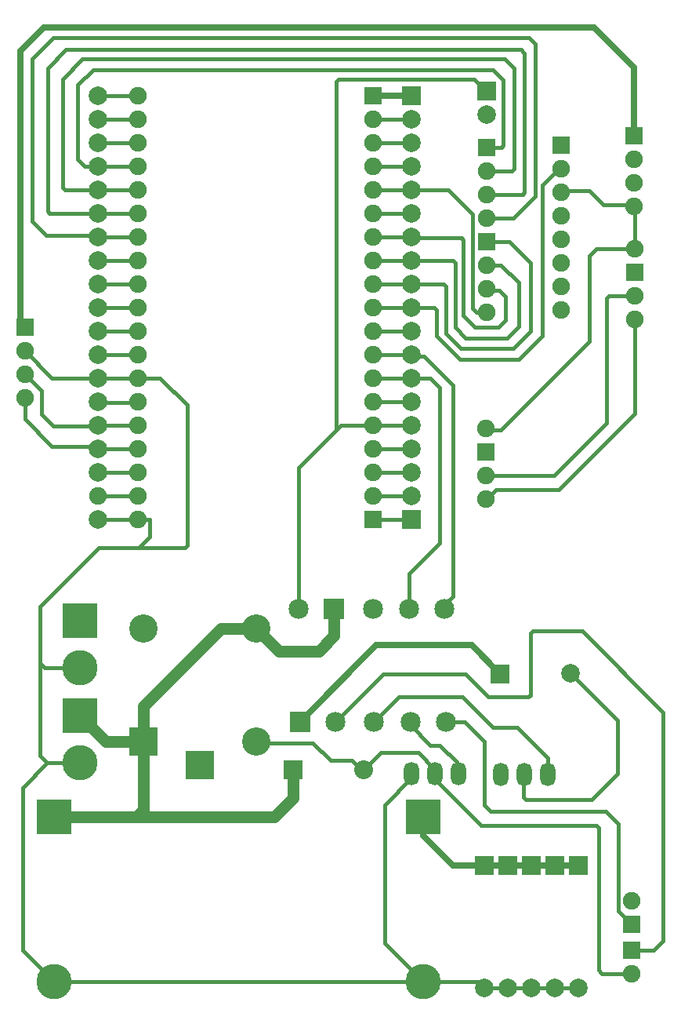
<source format=gbr>
%TF.GenerationSoftware,Altium Limited,Altium Designer,21.3.2 (30)*%
G04 Layer_Physical_Order=2*
G04 Layer_Color=16711680*
%FSLAX25Y25*%
%MOIN*%
%TF.SameCoordinates,C3D6B9D7-463A-470E-9858-FE52AE1E130A*%
%TF.FilePolarity,Positive*%
%TF.FileFunction,Copper,L2,Bot,Signal*%
%TF.Part,Single*%
G01*
G75*
%TA.AperFunction,Conductor*%
%ADD10C,0.01500*%
%ADD11C,0.02500*%
%ADD12C,0.05000*%
%TA.AperFunction,ComponentPad*%
%ADD13R,0.07500X0.07500*%
%ADD14C,0.07500*%
%ADD15C,0.15000*%
%ADD16R,0.15000X0.15000*%
%ADD17R,0.08000X0.08000*%
%ADD18C,0.08000*%
%ADD19C,0.12000*%
%ADD20R,0.12000X0.12000*%
%ADD21R,0.15000X0.15000*%
%ADD22R,0.08500X0.08500*%
%ADD23C,0.08500*%
%ADD24R,0.07500X0.07500*%
%ADD25C,0.07906*%
%ADD26R,0.07906X0.07906*%
%ADD27R,0.07906X0.07906*%
%ADD28O,0.06600X0.10000*%
D10*
X174500Y354000D02*
X190000D01*
X158000D02*
X174500D01*
X157000Y334039D02*
X158000D01*
X158020Y334020D01*
X174480D01*
X174500Y324000D02*
X192121D01*
X158000D02*
X174500D01*
Y314000D02*
X188121D01*
X158000D02*
X174500D01*
X158000Y304020D02*
X174480D01*
X158000Y294039D02*
X158020Y294020D01*
X157000Y294039D02*
X158000D01*
X158020Y294020D02*
X174480D01*
X158000Y284020D02*
X174480D01*
X174500Y284000D02*
X175136Y283364D01*
X179636D01*
X192000Y271000D01*
X142500Y252000D02*
X144500Y254000D01*
X174500D01*
X158000Y224039D02*
X158020Y224020D01*
X157000Y224039D02*
X158000D01*
X158020Y224020D02*
X174480D01*
X41000Y234000D02*
X58000D01*
X56980Y244020D02*
X57000Y244039D01*
X41020Y244020D02*
X56980D01*
Y254020D02*
X57000Y254039D01*
X41020Y254020D02*
X56980D01*
X41221Y263779D02*
X58000D01*
X267000Y347000D02*
Y347500D01*
X237500Y353500D02*
X250000D01*
X237000Y353000D02*
X237500Y353500D01*
X205000Y252000D02*
X212500D01*
X58000Y274000D02*
X67500D01*
X158000Y344000D02*
X174500D01*
X58000Y214000D02*
X63000D01*
X41000D02*
X58000D01*
X58000Y274000D02*
X58000Y274000D01*
X41000Y274000D02*
X58000D01*
X41000Y284000D02*
X58000D01*
X56980Y294020D02*
X57000Y294039D01*
X41020Y294020D02*
X56980D01*
X41000Y304000D02*
X58000D01*
X41000Y314000D02*
X58000D01*
X41000Y324000D02*
X58000D01*
X41000Y334000D02*
X58000D01*
X41000Y344000D02*
X58000D01*
X20396D02*
X41000D01*
X26879Y354000D02*
X41000D01*
X58000D01*
X41000Y364000D02*
X58000D01*
X35500D02*
X41000D01*
Y394000D02*
X58000D01*
X79000Y202879D02*
Y262500D01*
X67500Y274000D02*
X79000Y262500D01*
X63000Y206500D02*
Y214000D01*
X58500Y202000D02*
X78121D01*
X79000Y202879D01*
X58500Y202000D02*
X63000Y206500D01*
X225500Y15000D02*
X235500D01*
X245500D01*
X255500Y21000D02*
X268000D01*
X262250Y47750D02*
Y84750D01*
X254000Y22500D02*
X255500Y21000D01*
X268000Y31000D02*
X277500D01*
X281500Y35000D01*
X262250Y47750D02*
X268000Y42000D01*
X254000Y22500D02*
Y83121D01*
X22500Y17500D02*
X179500D01*
X9000Y31000D02*
X22500Y17500D01*
X9000Y31000D02*
Y100000D01*
X19500Y110500D01*
X33500D01*
X16500Y113500D02*
X19500Y110500D01*
X174000Y126500D02*
Y128000D01*
X163000Y34000D02*
X179500Y17500D01*
X163000Y34000D02*
Y92800D01*
X174500Y104300D01*
X161500Y115000D02*
X177200D01*
X205500Y15000D02*
X215500D01*
X225500D01*
X179500Y17500D02*
X203000D01*
X205500Y15000D01*
X205250Y92750D02*
X208000Y90000D01*
X184500Y103500D02*
X204000Y84000D01*
X222000Y95879D02*
X222879Y95000D01*
X222000Y95879D02*
Y105000D01*
X174500Y104300D02*
Y106000D01*
X222000Y105000D02*
X222500Y105500D01*
X177200Y115000D02*
X184500Y107700D01*
Y103500D02*
Y107700D01*
X186500Y118000D02*
X193524Y110976D01*
X205250Y92750D02*
Y119750D01*
X193524Y106976D02*
X194500Y106000D01*
X193524Y106976D02*
Y110976D01*
X232500Y105500D02*
Y112500D01*
X251000Y95000D02*
X262000Y106000D01*
X108500Y119500D02*
X109000Y119000D01*
X153161Y107500D02*
X154000D01*
X149161Y111500D02*
X153161Y107500D01*
X154000D02*
X161500Y115000D01*
X140000Y111500D02*
X149161D01*
X132500Y119000D02*
X140000Y111500D01*
X109000Y119000D02*
X132500D01*
X253121Y84000D02*
X254000Y83121D01*
X204000Y84000D02*
X253121D01*
X257000Y90000D02*
X262250Y84750D01*
X208000Y90000D02*
X257000D01*
X222879Y95000D02*
X251000D01*
X250000Y289500D02*
Y326000D01*
X257500Y308121D02*
X258379Y309000D01*
X269500D01*
X174480Y304020D02*
X174500Y304000D01*
X174480Y294020D02*
X174500Y294000D01*
X206500Y312000D02*
X207203Y311297D01*
X212500Y322000D02*
X220000Y314500D01*
X206500Y322000D02*
X212500D01*
X216000Y332000D02*
X225000Y323000D01*
X206500Y332000D02*
X216000D01*
X269500Y329000D02*
Y346500D01*
X269000Y347000D02*
X269500Y346500D01*
X256000Y347500D02*
X267000D01*
X250000Y353500D02*
X256000Y347500D01*
X250000Y326000D02*
X253000Y329000D01*
X269500D01*
X202000Y302000D02*
X206500D01*
X214965Y291000D02*
X220000Y296036D01*
X201500Y295500D02*
X211500D01*
X214500Y298500D01*
X207203Y311297D02*
X211703D01*
X214500Y298500D02*
Y308500D01*
X220000Y296036D02*
Y314500D01*
X225000Y294000D02*
Y323000D01*
X211703Y311297D02*
X214500Y308500D01*
X230000Y292000D02*
Y356000D01*
X269500Y259000D02*
Y299000D01*
X235000Y232500D02*
X257500Y255000D01*
X206000Y232500D02*
X235000D01*
X212500Y252000D02*
X250000Y289500D01*
X257500Y255000D02*
Y308121D01*
X220000Y282000D02*
X230000Y292000D01*
X225879Y166500D02*
X247000D01*
X237000Y226500D02*
X269500Y259000D01*
X158000Y234000D02*
X174500D01*
X210500Y226500D02*
X237000D01*
X206500Y222500D02*
X210500Y226500D01*
X217586Y286586D02*
X225000Y294000D01*
X197500Y291000D02*
X214965D01*
X195000Y282000D02*
X220000D01*
X195450Y286586D02*
X217586D01*
X219500Y125500D02*
X232500Y112500D01*
X209000Y125500D02*
X219500D01*
X196000Y138500D02*
X209000Y125500D01*
X207000Y138500D02*
X224121D01*
X242000Y148500D02*
X262000Y128500D01*
X224121Y138500D02*
X225000Y139379D01*
X197250Y148250D02*
X207000Y138500D01*
X247000Y166500D02*
X281500Y132000D01*
X225000Y139379D02*
Y165621D01*
X225879Y166500D01*
X41000Y244000D02*
X41020Y244020D01*
X40000Y245000D02*
X41000Y244000D01*
X16500Y113500D02*
Y152879D01*
X18379Y151000D02*
X33500D01*
X16500Y152879D02*
X18379Y151000D01*
X16500Y152879D02*
Y177000D01*
X41500Y202000D01*
X158500Y128000D02*
X169000Y138500D01*
X142000Y128000D02*
X162250Y148250D01*
X173500Y176000D02*
Y191000D01*
X41000Y254000D02*
X41020Y254020D01*
X41000Y264000D02*
X41221Y263779D01*
X41000Y274000D02*
X41000Y274000D01*
X126500Y236000D02*
X142500Y252000D01*
X206000Y222500D02*
X206500D01*
X158000Y244000D02*
X174500D01*
X158000Y264000D02*
X174500D01*
X158520Y274020D02*
X174480D01*
X182500Y118000D02*
X186500D01*
X174000Y126500D02*
X182500Y118000D01*
X197000Y128000D02*
X205250Y119750D01*
X192000Y181394D02*
Y271000D01*
X189000Y128000D02*
X197000D01*
X169000Y138500D02*
X196000D01*
X162250Y148250D02*
X197250D01*
X174480Y224020D02*
X174500Y224000D01*
X188500Y176000D02*
Y177894D01*
X192000Y181394D01*
X174000Y191500D02*
X186500Y204000D01*
Y270000D01*
X182500Y274000D02*
X186500Y270000D01*
X174500Y274000D02*
X182500D01*
X174480Y274020D02*
X174500Y274000D01*
X185000Y292000D02*
X195000Y282000D01*
X189000Y293036D02*
X195450Y286586D01*
X41500Y202000D02*
X58500D01*
X41000Y224000D02*
X58000D01*
X224500Y418500D02*
X227000Y416000D01*
X21500Y245000D02*
X40000D01*
X10000Y256500D02*
X21500Y245000D01*
X126500Y176000D02*
Y236000D01*
X158000Y214000D02*
X174500D01*
X21861Y418500D02*
X224500D01*
X13000Y409639D02*
X21861Y418500D01*
X281500Y35000D02*
Y132000D01*
X262000Y106000D02*
Y128500D01*
X41000Y384000D02*
X41020Y384020D01*
X19518Y405518D02*
X27500Y413500D01*
X26000Y401000D02*
X34500Y409500D01*
X32500Y367000D02*
Y398500D01*
Y367000D02*
X35500Y364000D01*
X32500Y398500D02*
X39000Y405000D01*
X26000Y354879D02*
X26879Y354000D01*
X26000Y354879D02*
Y401000D01*
X19518Y344879D02*
X20396Y344000D01*
X19000Y334500D02*
X40500D01*
X41000Y334000D01*
X13000Y340500D02*
X19000Y334500D01*
X174480Y334020D02*
X174500Y334000D01*
X142500Y252000D02*
Y400121D01*
X158000Y364000D02*
X174500D01*
X158000Y374000D02*
X174500D01*
X27500Y413500D02*
X221000D01*
X34500Y409500D02*
X214000D01*
X175000Y333500D02*
X195621D01*
X174500Y304000D02*
X184121D01*
X185000Y303121D01*
X188121Y314000D02*
X189000Y313121D01*
X192121Y324000D02*
X193000Y323121D01*
X195621Y333500D02*
X196500Y332621D01*
Y300500D02*
Y332621D01*
X209000Y405000D02*
X213500Y400500D01*
X201142Y401000D02*
X206142Y396000D01*
X206500D01*
X222500Y352879D02*
Y412000D01*
X227000Y351343D02*
Y416000D01*
X218000Y362879D02*
Y405500D01*
X213500Y372879D02*
Y400500D01*
X214000Y409500D02*
X218000Y405500D01*
X221000Y413500D02*
X222500Y412000D01*
X21500Y274000D02*
X41000D01*
Y294000D02*
X41020Y294020D01*
X10000Y256500D02*
Y265500D01*
Y275500D02*
X17000Y268500D01*
Y258500D02*
Y268500D01*
Y258500D02*
X22000Y253500D01*
X40500D01*
X41000Y254000D01*
X10000Y285500D02*
X21500Y274000D01*
X217121Y362000D02*
X218000Y362879D01*
X217657Y342000D02*
X227000Y351343D01*
X206500Y352000D02*
X221621D01*
X222500Y352879D01*
X230000Y356000D02*
X237000Y363000D01*
X174500Y334000D02*
X175000Y333500D01*
X190000Y354000D02*
X200500Y343500D01*
X212621Y372000D02*
X213500Y372879D01*
X206500Y372000D02*
X212621D01*
X206500Y362000D02*
X217121D01*
X206500Y342000D02*
X217657D01*
X193000Y295500D02*
X197500Y291000D01*
X185000Y292000D02*
Y303121D01*
X189000Y293036D02*
Y313121D01*
X193000Y295500D02*
Y323121D01*
X196500Y300500D02*
X201500Y295500D01*
X200500Y303500D02*
Y343500D01*
Y303500D02*
X202000Y302000D01*
X41000Y374000D02*
X41020Y374020D01*
X56980D01*
X57000Y374039D01*
X13000Y340500D02*
Y409639D01*
X19518Y344879D02*
Y405518D01*
X158000Y384000D02*
X174500D01*
X41020Y384020D02*
X56980D01*
X57000Y384039D01*
X142500Y400121D02*
X143379Y401000D01*
X201142D01*
X39000Y405000D02*
X209000D01*
D11*
X179500Y79500D02*
Y87500D01*
X192000Y67000D02*
X205500D01*
X215500D01*
X225500D01*
X179500Y79500D02*
X192000Y67000D01*
X225500D02*
X235500D01*
X245500D01*
X199950Y160500D02*
X212000Y148450D01*
X127000Y128000D02*
X159500Y160500D01*
X199950D01*
X252000Y423000D02*
X269000Y406000D01*
X8297Y297203D02*
X10000Y295500D01*
X8000Y413000D02*
X18000Y423000D01*
X8000Y298667D02*
Y413000D01*
X18000Y423000D02*
X252000D01*
X8000Y298667D02*
X8297Y298370D01*
Y297203D02*
Y298370D01*
X269000Y377000D02*
Y406000D01*
X158000Y394000D02*
X174500D01*
D12*
X22500Y87500D02*
X57500D01*
X116000D01*
X57500D02*
X60500Y90500D01*
Y119500D01*
X44500D02*
X60500D01*
X116000Y87500D02*
X124000Y95500D01*
Y107500D01*
X33500Y130500D02*
X44500Y119500D01*
X60500D02*
Y134500D01*
X93500Y167500D01*
X108500D01*
X118000Y158000D02*
X135000D01*
X141500Y164500D01*
X108500Y167500D02*
X118000Y158000D01*
X141500Y164500D02*
Y176000D01*
D13*
X158000Y214000D02*
D03*
Y394000D02*
D03*
D14*
Y224000D02*
D03*
Y234000D02*
D03*
Y244000D02*
D03*
Y254000D02*
D03*
Y264000D02*
D03*
Y274000D02*
D03*
Y284000D02*
D03*
Y294000D02*
D03*
Y304000D02*
D03*
Y314000D02*
D03*
Y324000D02*
D03*
Y334000D02*
D03*
Y344000D02*
D03*
Y354000D02*
D03*
Y364000D02*
D03*
Y374000D02*
D03*
Y384000D02*
D03*
X58000Y394000D02*
D03*
Y384000D02*
D03*
Y374000D02*
D03*
Y364000D02*
D03*
Y354000D02*
D03*
Y344000D02*
D03*
Y334000D02*
D03*
Y324000D02*
D03*
Y314000D02*
D03*
Y304000D02*
D03*
Y294000D02*
D03*
Y284000D02*
D03*
Y274000D02*
D03*
Y264000D02*
D03*
Y254000D02*
D03*
Y244000D02*
D03*
Y234000D02*
D03*
Y224000D02*
D03*
Y214000D02*
D03*
X269500Y299000D02*
D03*
Y309000D02*
D03*
Y329000D02*
D03*
X41000Y224000D02*
D03*
X238000Y363000D02*
D03*
Y353000D02*
D03*
Y343000D02*
D03*
Y333000D02*
D03*
Y323000D02*
D03*
Y313000D02*
D03*
Y303000D02*
D03*
X206500Y302000D02*
D03*
Y312000D02*
D03*
Y322000D02*
D03*
Y342000D02*
D03*
Y352000D02*
D03*
Y362000D02*
D03*
X268000Y21000D02*
D03*
Y52000D02*
D03*
X206000Y222500D02*
D03*
Y232500D02*
D03*
Y252500D02*
D03*
X269000Y367000D02*
D03*
Y357000D02*
D03*
Y347000D02*
D03*
X10000Y285500D02*
D03*
Y275500D02*
D03*
Y265500D02*
D03*
D15*
X22500Y17500D02*
D03*
X179500D02*
D03*
X33500Y151000D02*
D03*
Y110500D02*
D03*
D16*
X22500Y87500D02*
D03*
X179500D02*
D03*
D17*
X124000Y107500D02*
D03*
D18*
X154000D02*
D03*
D19*
X108500Y119500D02*
D03*
X60500Y167500D02*
D03*
X108500D02*
D03*
D20*
X84500Y109500D02*
D03*
X60500Y119500D02*
D03*
D21*
X33500Y171000D02*
D03*
Y130500D02*
D03*
D22*
X127000Y128000D02*
D03*
X141500Y176000D02*
D03*
D23*
X126500D02*
D03*
X158500Y128000D02*
D03*
X158000Y176000D02*
D03*
X173500D02*
D03*
X174000Y128000D02*
D03*
X142000D02*
D03*
X188500Y176000D02*
D03*
X189000Y128000D02*
D03*
D24*
X269500Y319000D02*
D03*
X238000Y373000D02*
D03*
X206500Y332000D02*
D03*
Y372000D02*
D03*
X268000Y31000D02*
D03*
Y42000D02*
D03*
X206000Y242500D02*
D03*
X269000Y377000D02*
D03*
X10000Y295500D02*
D03*
D25*
X41000Y214000D02*
D03*
Y234000D02*
D03*
Y244000D02*
D03*
Y254000D02*
D03*
Y264000D02*
D03*
Y274000D02*
D03*
Y284000D02*
D03*
Y294000D02*
D03*
Y304000D02*
D03*
Y314000D02*
D03*
Y324000D02*
D03*
Y334000D02*
D03*
Y344000D02*
D03*
Y354000D02*
D03*
Y364000D02*
D03*
Y374000D02*
D03*
Y384000D02*
D03*
Y394000D02*
D03*
X205500Y15000D02*
D03*
X215500D02*
D03*
X225500D02*
D03*
X235500D02*
D03*
X245500D02*
D03*
X174500Y384000D02*
D03*
Y374000D02*
D03*
Y364000D02*
D03*
Y354000D02*
D03*
Y344000D02*
D03*
Y334000D02*
D03*
Y324000D02*
D03*
Y314000D02*
D03*
Y304000D02*
D03*
Y294000D02*
D03*
Y284000D02*
D03*
Y274000D02*
D03*
Y264000D02*
D03*
Y254000D02*
D03*
Y244000D02*
D03*
Y234000D02*
D03*
Y224000D02*
D03*
X206500Y386000D02*
D03*
X242000Y148500D02*
D03*
D26*
X245500Y67000D02*
D03*
X235500D02*
D03*
X225500D02*
D03*
X215500D02*
D03*
X205500D02*
D03*
X212000Y148450D02*
D03*
D27*
X174500Y394000D02*
D03*
Y214000D02*
D03*
X206500Y396000D02*
D03*
D28*
X212500Y105500D02*
D03*
X222500D02*
D03*
X232500D02*
D03*
X174500Y106000D02*
D03*
X184500D02*
D03*
X194500D02*
D03*
%TF.MD5,0fecc4dfeb57edf838bd8f66d0357e78*%
M02*

</source>
